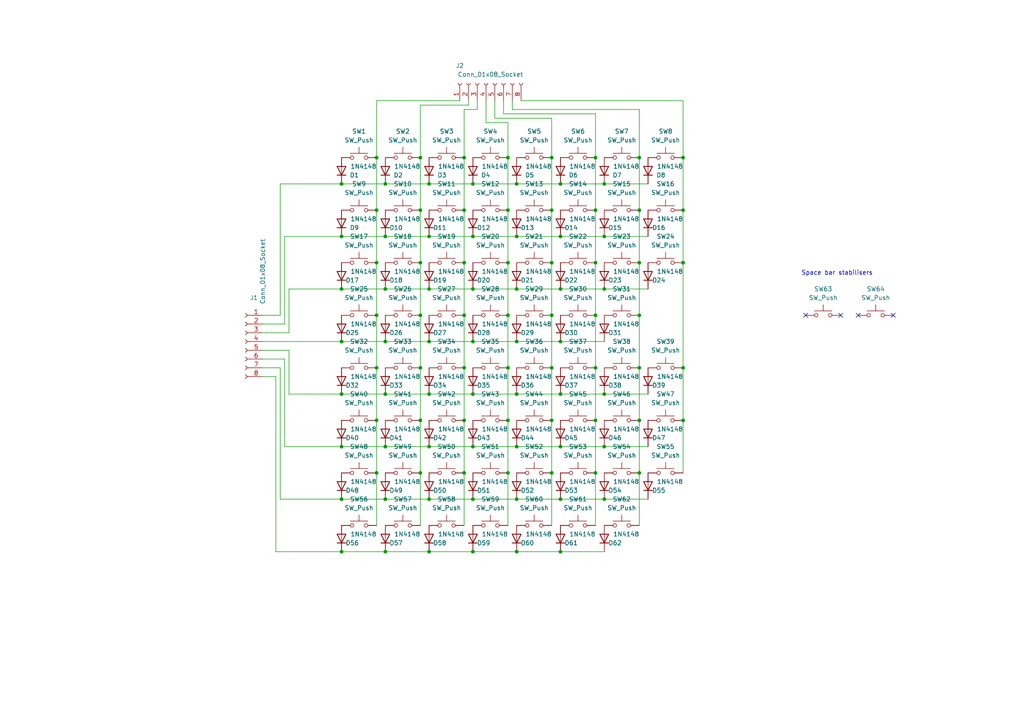
<source format=kicad_sch>
(kicad_sch (version 20230121) (generator eeschema)
  (paper "A4")
  (junction (at 137.16 114.3))
  (junction (at 99.06 83.82))
  (junction (at 147.32 91.44))
  (junction (at 175.26 68.58))
  (junction (at 124.46 83.82))
  (junction (at 121.92 60.96))
  (junction (at 121.92 106.68))
  (junction (at 175.26 144.78))
  (junction (at 160.02 76.2))
  (junction (at 172.72 60.96))
  (junction (at 137.16 68.58))
  (junction (at 109.22 60.96))
  (junction (at 124.46 144.78))
  (junction (at 134.62 106.68))
  (junction (at 99.06 68.58))
  (junction (at 134.62 91.44))
  (junction (at 172.72 76.2))
  (junction (at 137.16 144.78))
  (junction (at 162.56 114.3))
  (junction (at 147.32 137.16))
  (junction (at 160.02 91.44))
  (junction (at 162.56 129.54))
  (junction (at 162.56 144.78))
  (junction (at 134.62 60.96))
  (junction (at 149.86 68.58))
  (junction (at 99.06 129.54))
  (junction (at 137.16 160.02))
  (junction (at 175.26 129.54))
  (junction (at 109.22 45.72))
  (junction (at 160.02 106.68))
  (junction (at 147.32 76.2))
  (junction (at 160.02 137.16))
  (junction (at 162.56 83.82))
  (junction (at 111.76 129.54))
  (junction (at 162.56 68.58))
  (junction (at 137.16 129.54))
  (junction (at 111.76 160.02))
  (junction (at 149.86 144.78))
  (junction (at 111.76 83.82))
  (junction (at 121.92 91.44))
  (junction (at 160.02 121.92))
  (junction (at 149.86 129.54))
  (junction (at 175.26 83.82))
  (junction (at 149.86 53.34))
  (junction (at 185.42 60.96))
  (junction (at 185.42 91.44))
  (junction (at 149.86 114.3))
  (junction (at 172.72 137.16))
  (junction (at 109.22 76.2))
  (junction (at 149.86 83.82))
  (junction (at 111.76 99.06))
  (junction (at 124.46 53.34))
  (junction (at 198.12 76.2))
  (junction (at 111.76 68.58))
  (junction (at 121.92 137.16))
  (junction (at 160.02 45.72))
  (junction (at 175.26 53.34))
  (junction (at 198.12 106.68))
  (junction (at 111.76 114.3))
  (junction (at 172.72 91.44))
  (junction (at 147.32 60.96))
  (junction (at 124.46 129.54))
  (junction (at 111.76 144.78))
  (junction (at 121.92 76.2))
  (junction (at 99.06 114.3))
  (junction (at 185.42 137.16))
  (junction (at 124.46 99.06))
  (junction (at 109.22 121.92))
  (junction (at 137.16 53.34))
  (junction (at 124.46 160.02))
  (junction (at 149.86 160.02))
  (junction (at 198.12 60.96))
  (junction (at 109.22 91.44))
  (junction (at 121.92 45.72))
  (junction (at 162.56 160.02))
  (junction (at 99.06 53.34))
  (junction (at 198.12 45.72))
  (junction (at 172.72 106.68))
  (junction (at 124.46 114.3))
  (junction (at 147.32 45.72))
  (junction (at 185.42 45.72))
  (junction (at 134.62 137.16))
  (junction (at 172.72 121.92))
  (junction (at 109.22 137.16))
  (junction (at 134.62 45.72))
  (junction (at 134.62 76.2))
  (junction (at 121.92 121.92))
  (junction (at 160.02 60.96))
  (junction (at 147.32 106.68))
  (junction (at 124.46 68.58))
  (junction (at 137.16 99.06))
  (junction (at 198.12 121.92))
  (junction (at 99.06 144.78))
  (junction (at 185.42 76.2))
  (junction (at 149.86 99.06))
  (junction (at 99.06 160.02))
  (junction (at 162.56 99.06))
  (junction (at 99.06 99.06))
  (junction (at 162.56 53.34))
  (junction (at 175.26 114.3))
  (junction (at 134.62 121.92))
  (junction (at 185.42 121.92))
  (junction (at 185.42 106.68))
  (junction (at 172.72 45.72))
  (junction (at 111.76 53.34))
  (junction (at 109.22 106.68))
  (junction (at 137.16 83.82))
  (junction (at 147.32 121.92))
  (no_connect (at 259.08 91.44))
  (no_connect (at 243.84 91.44))
  (no_connect (at 233.68 91.44))
  (no_connect (at 248.92 91.44))
  (wire (pts (xy 185.42 121.92) (xy 185.42 137.16)))
  (wire (pts (xy 185.42 31.75) (xy 185.42 45.72)))
  (wire (pts (xy 76.2 104.14) (xy 82.55 104.14)))
  (wire (pts (xy 134.62 45.72) (xy 134.62 60.96)))
  (wire (pts (xy 111.76 68.58) (xy 124.46 68.58)))
  (wire (pts (xy 149.86 129.54) (xy 162.56 129.54)))
  (wire (pts (xy 147.32 91.44) (xy 147.32 106.68)))
  (wire (pts (xy 111.76 53.34) (xy 124.46 53.34)))
  (wire (pts (xy 143.51 34.29) (xy 160.02 34.29)))
  (wire (pts (xy 137.16 53.34) (xy 149.86 53.34)))
  (wire (pts (xy 160.02 60.96) (xy 160.02 76.2)))
  (wire (pts (xy 172.72 33.02) (xy 172.72 45.72)))
  (wire (pts (xy 175.26 129.54) (xy 187.96 129.54)))
  (wire (pts (xy 121.92 121.92) (xy 121.92 137.16)))
  (wire (pts (xy 82.55 93.98) (xy 82.55 68.58)))
  (wire (pts (xy 124.46 99.06) (xy 137.16 99.06)))
  (wire (pts (xy 109.22 91.44) (xy 109.22 106.68)))
  (wire (pts (xy 124.46 129.54) (xy 137.16 129.54)))
  (wire (pts (xy 76.2 109.22) (xy 80.01 109.22)))
  (wire (pts (xy 160.02 106.68) (xy 160.02 121.92)))
  (wire (pts (xy 124.46 53.34) (xy 137.16 53.34)))
  (wire (pts (xy 99.06 114.3) (xy 111.76 114.3)))
  (wire (pts (xy 175.26 68.58) (xy 187.96 68.58)))
  (wire (pts (xy 111.76 114.3) (xy 124.46 114.3)))
  (wire (pts (xy 147.32 76.2) (xy 147.32 91.44)))
  (wire (pts (xy 147.32 137.16) (xy 147.32 152.4)))
  (wire (pts (xy 111.76 160.02) (xy 124.46 160.02)))
  (wire (pts (xy 134.62 91.44) (xy 134.62 106.68)))
  (wire (pts (xy 160.02 121.92) (xy 160.02 137.16)))
  (wire (pts (xy 151.13 29.21) (xy 198.12 29.21)))
  (wire (pts (xy 81.28 91.44) (xy 81.28 53.34)))
  (wire (pts (xy 198.12 121.92) (xy 198.12 137.16)))
  (wire (pts (xy 124.46 114.3) (xy 137.16 114.3)))
  (wire (pts (xy 140.97 29.21) (xy 140.97 35.56)))
  (wire (pts (xy 135.89 29.21) (xy 135.89 30.48)))
  (wire (pts (xy 172.72 91.44) (xy 172.72 106.68)))
  (wire (pts (xy 99.06 53.34) (xy 111.76 53.34)))
  (wire (pts (xy 185.42 60.96) (xy 185.42 76.2)))
  (wire (pts (xy 111.76 144.78) (xy 124.46 144.78)))
  (wire (pts (xy 149.86 160.02) (xy 162.56 160.02)))
  (wire (pts (xy 185.42 106.68) (xy 185.42 121.92)))
  (wire (pts (xy 76.2 93.98) (xy 82.55 93.98)))
  (wire (pts (xy 162.56 114.3) (xy 175.26 114.3)))
  (wire (pts (xy 124.46 68.58) (xy 137.16 68.58)))
  (wire (pts (xy 83.82 83.82) (xy 99.06 83.82)))
  (wire (pts (xy 148.59 31.75) (xy 185.42 31.75)))
  (wire (pts (xy 135.89 30.48) (xy 121.92 30.48)))
  (wire (pts (xy 99.06 160.02) (xy 111.76 160.02)))
  (wire (pts (xy 149.86 68.58) (xy 162.56 68.58)))
  (wire (pts (xy 160.02 34.29) (xy 160.02 45.72)))
  (wire (pts (xy 121.92 106.68) (xy 121.92 121.92)))
  (wire (pts (xy 124.46 160.02) (xy 137.16 160.02)))
  (wire (pts (xy 134.62 121.92) (xy 134.62 137.16)))
  (wire (pts (xy 140.97 35.56) (xy 147.32 35.56)))
  (wire (pts (xy 160.02 91.44) (xy 160.02 106.68)))
  (wire (pts (xy 109.22 29.21) (xy 109.22 45.72)))
  (wire (pts (xy 109.22 137.16) (xy 109.22 152.4)))
  (wire (pts (xy 137.16 68.58) (xy 149.86 68.58)))
  (wire (pts (xy 80.01 160.02) (xy 99.06 160.02)))
  (wire (pts (xy 162.56 83.82) (xy 175.26 83.82)))
  (wire (pts (xy 146.05 33.02) (xy 172.72 33.02)))
  (wire (pts (xy 149.86 114.3) (xy 162.56 114.3)))
  (wire (pts (xy 134.62 31.75) (xy 134.62 45.72)))
  (wire (pts (xy 109.22 121.92) (xy 109.22 137.16)))
  (wire (pts (xy 111.76 129.54) (xy 124.46 129.54)))
  (wire (pts (xy 81.28 144.78) (xy 99.06 144.78)))
  (wire (pts (xy 76.2 91.44) (xy 81.28 91.44)))
  (wire (pts (xy 82.55 68.58) (xy 99.06 68.58)))
  (wire (pts (xy 175.26 144.78) (xy 187.96 144.78)))
  (wire (pts (xy 198.12 45.72) (xy 198.12 60.96)))
  (wire (pts (xy 137.16 129.54) (xy 149.86 129.54)))
  (wire (pts (xy 134.62 76.2) (xy 134.62 91.44)))
  (wire (pts (xy 81.28 53.34) (xy 99.06 53.34)))
  (wire (pts (xy 162.56 144.78) (xy 175.26 144.78)))
  (wire (pts (xy 109.22 106.68) (xy 109.22 121.92)))
  (wire (pts (xy 162.56 53.34) (xy 175.26 53.34)))
  (wire (pts (xy 82.55 104.14) (xy 82.55 129.54)))
  (wire (pts (xy 185.42 91.44) (xy 185.42 106.68)))
  (wire (pts (xy 185.42 137.16) (xy 185.42 152.4)))
  (wire (pts (xy 198.12 29.21) (xy 198.12 45.72)))
  (wire (pts (xy 99.06 68.58) (xy 111.76 68.58)))
  (wire (pts (xy 109.22 45.72) (xy 109.22 60.96)))
  (wire (pts (xy 83.82 114.3) (xy 99.06 114.3)))
  (wire (pts (xy 76.2 99.06) (xy 99.06 99.06)))
  (wire (pts (xy 111.76 83.82) (xy 124.46 83.82)))
  (wire (pts (xy 134.62 106.68) (xy 134.62 121.92)))
  (wire (pts (xy 172.72 76.2) (xy 172.72 91.44)))
  (wire (pts (xy 124.46 144.78) (xy 137.16 144.78)))
  (wire (pts (xy 137.16 144.78) (xy 149.86 144.78)))
  (wire (pts (xy 121.92 91.44) (xy 121.92 106.68)))
  (wire (pts (xy 198.12 106.68) (xy 198.12 121.92)))
  (wire (pts (xy 109.22 60.96) (xy 109.22 76.2)))
  (wire (pts (xy 99.06 99.06) (xy 111.76 99.06)))
  (wire (pts (xy 121.92 30.48) (xy 121.92 45.72)))
  (wire (pts (xy 134.62 137.16) (xy 134.62 152.4)))
  (wire (pts (xy 198.12 60.96) (xy 198.12 76.2)))
  (wire (pts (xy 162.56 129.54) (xy 175.26 129.54)))
  (wire (pts (xy 124.46 83.82) (xy 137.16 83.82)))
  (wire (pts (xy 121.92 137.16) (xy 121.92 152.4)))
  (wire (pts (xy 82.55 129.54) (xy 99.06 129.54)))
  (wire (pts (xy 137.16 99.06) (xy 149.86 99.06)))
  (wire (pts (xy 172.72 137.16) (xy 172.72 152.4)))
  (wire (pts (xy 138.43 29.21) (xy 138.43 31.75)))
  (wire (pts (xy 147.32 35.56) (xy 147.32 45.72)))
  (wire (pts (xy 137.16 114.3) (xy 149.86 114.3)))
  (wire (pts (xy 109.22 76.2) (xy 109.22 91.44)))
  (wire (pts (xy 121.92 76.2) (xy 121.92 91.44)))
  (wire (pts (xy 83.82 101.6) (xy 83.82 114.3)))
  (wire (pts (xy 147.32 121.92) (xy 147.32 137.16)))
  (wire (pts (xy 81.28 106.68) (xy 81.28 144.78)))
  (wire (pts (xy 121.92 45.72) (xy 121.92 60.96)))
  (wire (pts (xy 149.86 144.78) (xy 162.56 144.78)))
  (wire (pts (xy 147.32 60.96) (xy 147.32 76.2)))
  (wire (pts (xy 83.82 96.52) (xy 83.82 83.82)))
  (wire (pts (xy 111.76 99.06) (xy 124.46 99.06)))
  (wire (pts (xy 160.02 45.72) (xy 160.02 60.96)))
  (wire (pts (xy 185.42 76.2) (xy 185.42 91.44)))
  (wire (pts (xy 80.01 109.22) (xy 80.01 160.02)))
  (wire (pts (xy 162.56 99.06) (xy 175.26 99.06)))
  (wire (pts (xy 137.16 160.02) (xy 149.86 160.02)))
  (wire (pts (xy 146.05 29.21) (xy 146.05 33.02)))
  (wire (pts (xy 149.86 99.06) (xy 162.56 99.06)))
  (wire (pts (xy 137.16 83.82) (xy 149.86 83.82)))
  (wire (pts (xy 138.43 31.75) (xy 134.62 31.75)))
  (wire (pts (xy 76.2 106.68) (xy 81.28 106.68)))
  (wire (pts (xy 175.26 83.82) (xy 187.96 83.82)))
  (wire (pts (xy 175.26 114.3) (xy 187.96 114.3)))
  (wire (pts (xy 149.86 53.34) (xy 162.56 53.34)))
  (wire (pts (xy 149.86 83.82) (xy 162.56 83.82)))
  (wire (pts (xy 147.32 45.72) (xy 147.32 60.96)))
  (wire (pts (xy 172.72 106.68) (xy 172.72 121.92)))
  (wire (pts (xy 160.02 137.16) (xy 160.02 152.4)))
  (wire (pts (xy 133.35 29.21) (xy 109.22 29.21)))
  (wire (pts (xy 175.26 53.34) (xy 187.96 53.34)))
  (wire (pts (xy 134.62 60.96) (xy 134.62 76.2)))
  (wire (pts (xy 162.56 68.58) (xy 175.26 68.58)))
  (wire (pts (xy 99.06 129.54) (xy 111.76 129.54)))
  (wire (pts (xy 99.06 144.78) (xy 111.76 144.78)))
  (wire (pts (xy 121.92 60.96) (xy 121.92 76.2)))
  (wire (pts (xy 76.2 101.6) (xy 83.82 101.6)))
  (wire (pts (xy 148.59 29.21) (xy 148.59 31.75)))
  (wire (pts (xy 143.51 29.21) (xy 143.51 34.29)))
  (wire (pts (xy 162.56 160.02) (xy 175.26 160.02)))
  (wire (pts (xy 76.2 96.52) (xy 83.82 96.52)))
  (wire (pts (xy 160.02 76.2) (xy 160.02 91.44)))
  (wire (pts (xy 172.72 45.72) (xy 172.72 60.96)))
  (wire (pts (xy 185.42 45.72) (xy 185.42 60.96)))
  (wire (pts (xy 147.32 106.68) (xy 147.32 121.92)))
  (wire (pts (xy 99.06 83.82) (xy 111.76 83.82)))
  (wire (pts (xy 198.12 76.2) (xy 198.12 106.68)))
  (wire (pts (xy 172.72 60.96) (xy 172.72 76.2)))
  (wire (pts (xy 172.72 121.92) (xy 172.72 137.16)))
  (text "Space bar stabilisers" (at 232.41 80.01 0) (effects (font (size 1.27 1.27)) (justify left bottom)))
  (symbol (lib_id "Diode:1N4148") (at 149.86 49.53 90) (unit 1)
    (property "Reference" "D5" (at 154.94 50.8 90) (effects (justify left)))
    (property "Value" "1N4148" (at 160.02 48.26 90) (effects (justify left)))
    (property "Footprint" "Diode_SMD:D_SOD-123" (effects hide))
    (property "Datasheet" "https://assets.nexperia.com/documents/data-sheet/1N4148_1N4448.pdf" (effects hide))
    (property "Sim.Device" "D" (effects hide))
    (property "Sim.Pins" "1=K 2=A" (effects hide))
  )
  (symbol (lib_id "Diode:1N4148") (at 124.46 49.53 90) (unit 1)
    (property "Reference" "D3" (at 129.54 50.8 90) (effects (justify left)))
    (property "Value" "1N4148" (at 134.62 48.26 90) (effects (justify left)))
    (property "Footprint" "Diode_SMD:D_SOD-123" (effects hide))
    (property "Datasheet" "https://assets.nexperia.com/documents/data-sheet/1N4148_1N4448.pdf" (effects hide))
    (property "Sim.Device" "D" (effects hide))
    (property "Sim.Pins" "1=K 2=A" (effects hide))
  )
  (symbol (lib_id "Switch:SW_Push") (at 167.64 121.92 0) (unit 1)
    (property "Reference" "SW45" (at 167.64 114.3 0))
    (property "Value" "SW_Push" (at 167.64 116.84 0))
    (property "Footprint" "Button_Switch_Keyboard:SW_Cherry_MX_1.00u_PCB" (effects hide))
  )
  (symbol (lib_id "Diode:1N4148") (at 99.06 64.77 90) (unit 1)
    (property "Reference" "D9" (at 104.14 66.04 90) (effects (justify left)))
    (property "Value" "1N4148" (at 109.22 63.5 90) (effects (justify left)))
    (property "Footprint" "Diode_SMD:D_SOD-123" (effects hide))
    (property "Datasheet" "https://assets.nexperia.com/documents/data-sheet/1N4148_1N4448.pdf" (effects hide))
    (property "Sim.Device" "D" (effects hide))
    (property "Sim.Pins" "1=K 2=A" (effects hide))
  )
  (symbol (lib_id "Switch:SW_Push") (at 180.34 45.72 0) (unit 1)
    (property "Reference" "SW7" (at 180.34 38.1 0))
    (property "Value" "SW_Push" (at 180.34 40.64 0))
    (property "Footprint" "Button_Switch_Keyboard:SW_Cherry_MX_1.00u_PCB" (effects hide))
  )
  (symbol (lib_id "Switch:SW_Push") (at 129.54 106.68 0) (unit 1)
    (property "Reference" "SW34" (at 129.54 99.06 0))
    (property "Value" "SW_Push" (at 129.54 101.6 0))
    (property "Footprint" "Button_Switch_Keyboard:SW_Cherry_MX_1.00u_PCB" (effects hide))
  )
  (symbol (lib_id "Switch:SW_Push") (at 116.84 45.72 0) (unit 1)
    (property "Reference" "SW2" (at 116.84 38.1 0))
    (property "Value" "SW_Push" (at 116.84 40.64 0))
    (property "Footprint" "Button_Switch_Keyboard:SW_Cherry_MX_1.00u_PCB" (effects hide))
  )
  (symbol (lib_id "Switch:SW_Push") (at 154.94 45.72 0) (unit 1)
    (property "Reference" "SW5" (at 154.94 38.1 0))
    (property "Value" "SW_Push" (at 154.94 40.64 0))
    (property "Footprint" "Button_Switch_Keyboard:SW_Cherry_MX_1.00u_PCB" (effects hide))
  )
  (symbol (lib_id "Diode:1N4148") (at 149.86 80.01 90) (unit 1)
    (property "Reference" "D21" (at 154.94 81.28 90) (effects (justify left)))
    (property "Value" "1N4148" (at 160.02 78.74 90) (effects (justify left)))
    (property "Footprint" "Diode_SMD:D_SOD-123" (effects hide))
    (property "Datasheet" "https://assets.nexperia.com/documents/data-sheet/1N4148_1N4448.pdf" (effects hide))
    (property "Sim.Device" "D" (effects hide))
    (property "Sim.Pins" "1=K 2=A" (effects hide))
  )
  (symbol (lib_id "Diode:1N4148") (at 149.86 95.25 90) (unit 1)
    (property "Reference" "D29" (at 154.94 96.52 90) (effects (justify left)))
    (property "Value" "1N4148" (at 160.02 93.98 90) (effects (justify left)))
    (property "Footprint" "Diode_SMD:D_SOD-123" (effects hide))
    (property "Datasheet" "https://assets.nexperia.com/documents/data-sheet/1N4148_1N4448.pdf" (effects hide))
    (property "Sim.Device" "D" (effects hide))
    (property "Sim.Pins" "1=K 2=A" (effects hide))
  )
  (symbol (lib_id "Switch:SW_Push") (at 129.54 60.96 0) (unit 1)
    (property "Reference" "SW11" (at 129.54 53.34 0))
    (property "Value" "SW_Push" (at 129.54 55.88 0))
    (property "Footprint" "Button_Switch_Keyboard:SW_Cherry_MX_1.00u_PCB" (effects hide))
  )
  (symbol (lib_id "Diode:1N4148") (at 162.56 64.77 90) (unit 1)
    (property "Reference" "D14" (at 167.64 66.04 90) (effects (justify left)))
    (property "Value" "1N4148" (at 172.72 63.5 90) (effects (justify left)))
    (property "Footprint" "Diode_SMD:D_SOD-123" (effects hide))
    (property "Datasheet" "https://assets.nexperia.com/documents/data-sheet/1N4148_1N4448.pdf" (effects hide))
    (property "Sim.Device" "D" (effects hide))
    (property "Sim.Pins" "1=K 2=A" (effects hide))
  )
  (symbol (lib_id "Switch:SW_Push") (at 167.64 152.4 0) (unit 1)
    (property "Reference" "SW61" (at 167.64 144.78 0))
    (property "Value" "SW_Push" (at 167.64 147.32 0))
    (property "Footprint" "Button_Switch_Keyboard:SW_Cherry_MX_1.00u_PCB" (effects hide))
  )
  (symbol (lib_id "Diode:1N4148") (at 187.96 49.53 90) (unit 1)
    (property "Reference" "D8" (at 193.04 50.8 90) (effects (justify left)))
    (property "Value" "1N4148" (at 198.12 48.26 90) (effects (justify left)))
    (property "Footprint" "Diode_SMD:D_SOD-123" (effects hide))
    (property "Datasheet" "https://assets.nexperia.com/documents/data-sheet/1N4148_1N4448.pdf" (effects hide))
    (property "Sim.Device" "D" (effects hide))
    (property "Sim.Pins" "1=K 2=A" (effects hide))
  )
  (symbol (lib_id "Switch:SW_Push") (at 142.24 106.68 0) (unit 1)
    (property "Reference" "SW35" (at 142.24 99.06 0))
    (property "Value" "SW_Push" (at 142.24 101.6 0))
    (property "Footprint" "Button_Switch_Keyboard:SW_Cherry_MX_1.00u_PCB" (effects hide))
  )
  (symbol (lib_id "Diode:1N4148") (at 149.86 156.21 90) (unit 1)
    (property "Reference" "D60" (at 154.94 157.48 90) (effects (justify left)))
    (property "Value" "1N4148" (at 160.02 154.94 90) (effects (justify left)))
    (property "Footprint" "Diode_SMD:D_SOD-123" (effects hide))
    (property "Datasheet" "https://assets.nexperia.com/documents/data-sheet/1N4148_1N4448.pdf" (effects hide))
    (property "Sim.Device" "D" (effects hide))
    (property "Sim.Pins" "1=K 2=A" (effects hide))
  )
  (symbol (lib_id "Diode:1N4148") (at 137.16 80.01 90) (unit 1)
    (property "Reference" "D20" (at 142.24 81.28 90) (effects (justify left)))
    (property "Value" "1N4148" (at 147.32 78.74 90) (effects (justify left)))
    (property "Footprint" "Diode_SMD:D_SOD-123" (effects hide))
    (property "Datasheet" "https://assets.nexperia.com/documents/data-sheet/1N4148_1N4448.pdf" (effects hide))
    (property "Sim.Device" "D" (effects hide))
    (property "Sim.Pins" "1=K 2=A" (effects hide))
  )
  (symbol (lib_id "Switch:SW_Push") (at 167.64 106.68 0) (unit 1)
    (property "Reference" "SW37" (at 167.64 99.06 0))
    (property "Value" "SW_Push" (at 167.64 101.6 0))
    (property "Footprint" "Button_Switch_Keyboard:SW_Cherry_MX_1.00u_PCB" (effects hide))
  )
  (symbol (lib_id "Switch:SW_Push") (at 193.04 45.72 0) (unit 1)
    (property "Reference" "SW8" (at 193.04 38.1 0))
    (property "Value" "SW_Push" (at 193.04 40.64 0))
    (property "Footprint" "Button_Switch_Keyboard:SW_Cherry_MX_1.00u_PCB" (effects hide))
  )
  (symbol (lib_id "Diode:1N4148") (at 162.56 80.01 90) (unit 1)
    (property "Reference" "D22" (at 167.64 81.28 90) (effects (justify left)))
    (property "Value" "1N4148" (at 172.72 78.74 90) (effects (justify left)))
    (property "Footprint" "Diode_SMD:D_SOD-123" (effects hide))
    (property "Datasheet" "https://assets.nexperia.com/documents/data-sheet/1N4148_1N4448.pdf" (effects hide))
    (property "Sim.Device" "D" (effects hide))
    (property "Sim.Pins" "1=K 2=A" (effects hide))
  )
  (symbol (lib_id "Switch:SW_Push") (at 167.64 76.2 0) (unit 1)
    (property "Reference" "SW22" (at 167.64 68.58 0))
    (property "Value" "SW_Push" (at 167.64 71.12 0))
    (property "Footprint" "Button_Switch_Keyboard:SW_Cherry_MX_1.00u_PCB" (effects hide))
  )
  (symbol (lib_id "Switch:SW_Push") (at 142.24 137.16 0) (unit 1)
    (property "Reference" "SW51" (at 142.24 129.54 0))
    (property "Value" "SW_Push" (at 142.24 132.08 0))
    (property "Footprint" "Button_Switch_Keyboard:SW_Cherry_MX_1.00u_PCB" (effects hide))
  )
  (symbol (lib_id "Switch:SW_Push") (at 180.34 121.92 0) (unit 1)
    (property "Reference" "SW46" (at 180.34 114.3 0))
    (property "Value" "SW_Push" (at 180.34 116.84 0))
    (property "Footprint" "Button_Switch_Keyboard:SW_Cherry_MX_1.00u_PCB" (effects hide))
  )
  (symbol (lib_id "Switch:SW_Push") (at 116.84 60.96 0) (unit 1)
    (property "Reference" "SW10" (at 116.84 53.34 0))
    (property "Value" "SW_Push" (at 116.84 55.88 0))
    (property "Footprint" "Button_Switch_Keyboard:SW_Cherry_MX_1.00u_PCB" (effects hide))
  )
  (symbol (lib_id "Diode:1N4148") (at 111.76 140.97 90) (unit 1)
    (property "Reference" "D49" (at 116.84 142.24 90) (effects (justify left)))
    (property "Value" "1N4148" (at 121.92 139.7 90) (effects (justify left)))
    (property "Footprint" "Diode_SMD:D_SOD-123" (effects hide))
    (property "Datasheet" "https://assets.nexperia.com/documents/data-sheet/1N4148_1N4448.pdf" (effects hide))
    (property "Sim.Device" "D" (effects hide))
    (property "Sim.Pins" "1=K 2=A" (effects hide))
  )
  (symbol (lib_id "Diode:1N4148") (at 137.16 125.73 90) (unit 1)
    (property "Reference" "D43" (at 142.24 127 90) (effects (justify left)))
    (property "Value" "1N4148" (at 147.32 124.46 90) (effects (justify left)))
    (property "Footprint" "Diode_SMD:D_SOD-123" (effects hide))
    (property "Datasheet" "https://assets.nexperia.com/documents/data-sheet/1N4148_1N4448.pdf" (effects hide))
    (property "Sim.Device" "D" (effects hide))
    (property "Sim.Pins" "1=K 2=A" (effects hide))
  )
  (symbol (lib_id "Switch:SW_Push") (at 154.94 60.96 0) (unit 1)
    (property "Reference" "SW13" (at 154.94 53.34 0))
    (property "Value" "SW_Push" (at 154.94 55.88 0))
    (property "Footprint" "Button_Switch_Keyboard:SW_Cherry_MX_1.00u_PCB" (effects hide))
  )
  (symbol (lib_id "Switch:SW_Push") (at 116.84 121.92 0) (unit 1)
    (property "Reference" "SW41" (at 116.84 114.3 0))
    (property "Value" "SW_Push" (at 116.84 116.84 0))
    (property "Footprint" "Button_Switch_Keyboard:SW_Cherry_MX_1.25u_PCB" (effects hide))
  )
  (symbol (lib_id "Switch:SW_Push") (at 154.94 91.44 0) (unit 1)
    (property "Reference" "SW29" (at 154.94 83.82 0))
    (property "Value" "SW_Push" (at 154.94 86.36 0))
    (property "Footprint" "Button_Switch_Keyboard:SW_Cherry_MX_1.00u_PCB" (effects hide))
  )
  (symbol (lib_id "Switch:SW_Push") (at 154.94 137.16 0) (unit 1)
    (property "Reference" "SW52" (at 154.94 129.54 0))
    (property "Value" "SW_Push" (at 154.94 132.08 0))
    (property "Footprint" "Button_Switch_Keyboard:SW_Cherry_MX_1.00u_PCB" (effects hide))
  )
  (symbol (lib_id "Connector:Conn_01x08_Socket") (at 71.12 99.06 0) (mirror y) (unit 1)
    (property "Reference" "J1" (at 73.66 86.36 0))
    (property "Value" "Conn_01x08_Socket" (at 76.2 78.74 90))
    (property "Footprint" "Connector_PinHeader_2.54mm:PinHeader_1x08_P2.54mm_Vertical" (effects hide))
  )
  (symbol (lib_id "Switch:SW_Push") (at 116.84 137.16 0) (unit 1)
    (property "Reference" "SW49" (at 116.84 129.54 0))
    (property "Value" "SW_Push" (at 116.84 132.08 0))
    (property "Footprint" "Button_Switch_Keyboard:SW_Cherry_MX_1.00u_PCB" (effects hide))
  )
  (symbol (lib_id "Switch:SW_Push") (at 104.14 60.96 0) (unit 1)
    (property "Reference" "SW9" (at 104.14 53.34 0))
    (property "Value" "SW_Push" (at 104.14 55.88 0))
    (property "Footprint" "Button_Switch_Keyboard:SW_Cherry_MX_1.75u_PCB" (effects hide))
  )
  (symbol (lib_id "Switch:SW_Push") (at 116.84 106.68 0) (unit 1)
    (property "Reference" "SW33" (at 116.84 99.06 0))
    (property "Value" "SW_Push" (at 116.84 101.6 0))
    (property "Footprint" "Button_Switch_Keyboard:SW_Cherry_MX_1.00u_PCB" (effects hide))
  )
  (symbol (lib_id "Diode:1N4148") (at 99.06 156.21 90) (unit 1)
    (property "Reference" "D56" (at 104.14 157.48 90) (effects (justify left)))
    (property "Value" "1N4148" (at 109.22 154.94 90) (effects (justify left)))
    (property "Footprint" "Diode_SMD:D_SOD-123" (effects hide))
    (property "Datasheet" "https://assets.nexperia.com/documents/data-sheet/1N4148_1N4448.pdf" (effects hide))
    (property "Sim.Device" "D" (effects hide))
    (property "Sim.Pins" "1=K 2=A" (effects hide))
  )
  (symbol (lib_id "Switch:SW_Push") (at 154.94 121.92 0) (unit 1)
    (property "Reference" "SW44" (at 154.94 114.3 0))
    (property "Value" "SW_Push" (at 154.94 116.84 0))
    (property "Footprint" "Button_Switch_Keyboard:SW_Cherry_MX_1.00u_PCB" (effects hide))
  )
  (symbol (lib_id "Diode:1N4148") (at 149.86 110.49 90) (unit 1)
    (property "Reference" "D36" (at 154.94 111.76 90) (effects (justify left)))
    (property "Value" "1N4148" (at 160.02 109.22 90) (effects (justify left)))
    (property "Footprint" "Diode_SMD:D_SOD-123" (effects hide))
    (property "Datasheet" "https://assets.nexperia.com/documents/data-sheet/1N4148_1N4448.pdf" (effects hide))
    (property "Sim.Device" "D" (effects hide))
    (property "Sim.Pins" "1=K 2=A" (effects hide))
  )
  (symbol (lib_id "Diode:1N4148") (at 99.06 49.53 90) (unit 1)
    (property "Reference" "D1" (at 104.14 50.8 90) (effects (justify left)))
    (property "Value" "1N4148" (at 109.22 48.26 90) (effects (justify left)))
    (property "Footprint" "Diode_SMD:D_SOD-123" (effects hide))
    (property "Datasheet" "https://assets.nexperia.com/documents/data-sheet/1N4148_1N4448.pdf" (effects hide))
    (property "Sim.Device" "D" (effects hide))
    (property "Sim.Pins" "1=K 2=A" (effects hide))
  )
  (symbol (lib_id "Diode:1N4148") (at 99.06 110.49 90) (unit 1)
    (property "Reference" "D32" (at 104.14 111.76 90) (effects (justify left)))
    (property "Value" "1N4148" (at 109.22 109.22 90) (effects (justify left)))
    (property "Footprint" "Diode_SMD:D_SOD-123" (effects hide))
    (property "Datasheet" "https://assets.nexperia.com/documents/data-sheet/1N4148_1N4448.pdf" (effects hide))
    (property "Sim.Device" "D" (effects hide))
    (property "Sim.Pins" "1=K 2=A" (effects hide))
  )
  (symbol (lib_id "Diode:1N4148") (at 175.26 80.01 90) (unit 1)
    (property "Reference" "D23" (at 180.34 81.28 90) (effects (justify left)))
    (property "Value" "1N4148" (at 185.42 78.74 90) (effects (justify left)))
    (property "Footprint" "Diode_SMD:D_SOD-123" (effects hide))
    (property "Datasheet" "https://assets.nexperia.com/documents/data-sheet/1N4148_1N4448.pdf" (effects hide))
    (property "Sim.Device" "D" (effects hide))
    (property "Sim.Pins" "1=K 2=A" (effects hide))
  )
  (symbol (lib_id "Switch:SW_Push") (at 180.34 152.4 0) (unit 1)
    (property "Reference" "SW62" (at 180.34 144.78 0))
    (property "Value" "SW_Push" (at 180.34 147.32 0))
    (property "Footprint" "Button_Switch_Keyboard:SW_Cherry_MX_1.00u_PCB" (effects hide))
  )
  (symbol (lib_id "Diode:1N4148") (at 111.76 125.73 90) (unit 1)
    (property "Reference" "D41" (at 116.84 127 90) (effects (justify left)))
    (property "Value" "1N4148" (at 121.92 124.46 90) (effects (justify left)))
    (property "Footprint" "Diode_SMD:D_SOD-123" (effects hide))
    (property "Datasheet" "https://assets.nexperia.com/documents/data-sheet/1N4148_1N4448.pdf" (effects hide))
    (property "Sim.Device" "D" (effects hide))
    (property "Sim.Pins" "1=K 2=A" (effects hide))
  )
  (symbol (lib_id "Diode:1N4148") (at 149.86 125.73 90) (unit 1)
    (property "Reference" "D44" (at 154.94 127 90) (effects (justify left)))
    (property "Value" "1N4148" (at 160.02 124.46 90) (effects (justify left)))
    (property "Footprint" "Diode_SMD:D_SOD-123" (effects hide))
    (property "Datasheet" "https://assets.nexperia.com/documents/data-sheet/1N4148_1N4448.pdf" (effects hide))
    (property "Sim.Device" "D" (effects hide))
    (property "Sim.Pins" "1=K 2=A" (effects hide))
  )
  (symbol (lib_id "Diode:1N4148") (at 187.96 140.97 90) (unit 1)
    (property "Reference" "D55" (at 193.04 142.24 90) (effects (justify left)))
    (property "Value" "1N4148" (at 198.12 139.7 90) (effects (justify left)))
    (property "Footprint" "Diode_SMD:D_SOD-123" (effects hide))
    (property "Datasheet" "https://assets.nexperia.com/documents/data-sheet/1N4148_1N4448.pdf" (effects hide))
    (property "Sim.Device" "D" (effects hide))
    (property "Sim.Pins" "1=K 2=A" (effects hide))
  )
  (symbol (lib_id "Diode:1N4148") (at 162.56 95.25 90) (unit 1)
    (property "Reference" "D30" (at 167.64 96.52 90) (effects (justify left)))
    (property "Value" "1N4148" (at 172.72 93.98 90) (effects (justify left)))
    (property "Footprint" "Diode_SMD:D_SOD-123" (effects hide))
    (property "Datasheet" "https://assets.nexperia.com/documents/data-sheet/1N4148_1N4448.pdf" (effects hide))
    (property "Sim.Device" "D" (effects hide))
    (property "Sim.Pins" "1=K 2=A" (effects hide))
  )
  (symbol (lib_id "Switch:SW_Push") (at 129.54 45.72 0) (unit 1)
    (property "Reference" "SW3" (at 129.54 38.1 0))
    (property "Value" "SW_Push" (at 129.54 40.64 0))
    (property "Footprint" "Button_Switch_Keyboard:SW_Cherry_MX_1.00u_PCB" (effects hide))
  )
  (symbol (lib_id "Switch:SW_Push") (at 254 91.44 0) (unit 1)
    (property "Reference" "SW64" (at 254 83.82 0))
    (property "Value" "SW_Push" (at 254 86.36 0))
    (property "Footprint" "Button_Switch_Keyboard:SW_Cherry_MX_1.00u_PCB" (effects hide))
  )
  (symbol (lib_id "Switch:SW_Push") (at 129.54 152.4 0) (unit 1)
    (property "Reference" "SW58" (at 129.54 144.78 0))
    (property "Value" "SW_Push" (at 129.54 147.32 0))
    (property "Footprint" "Button_Switch_Keyboard:SW_Cherry_MX_1.00u_PCB" (effects hide))
  )
  (symbol (lib_id "Diode:1N4148") (at 162.56 110.49 90) (unit 1)
    (property "Reference" "D37" (at 167.64 111.76 90) (effects (justify left)))
    (property "Value" "1N4148" (at 172.72 109.22 90) (effects (justify left)))
    (property "Footprint" "Diode_SMD:D_SOD-123" (effects hide))
    (property "Datasheet" "https://assets.nexperia.com/documents/data-sheet/1N4148_1N4448.pdf" (effects hide))
    (property "Sim.Device" "D" (effects hide))
    (property "Sim.Pins" "1=K 2=A" (effects hide))
  )
  (symbol (lib_id "Diode:1N4148") (at 99.06 95.25 90) (unit 1)
    (property "Reference" "D25" (at 104.14 96.52 90) (effects (justify left)))
    (property "Value" "1N4148" (at 109.22 93.98 90) (effects (justify left)))
    (property "Footprint" "Diode_SMD:D_SOD-123" (effects hide))
    (property "Datasheet" "https://assets.nexperia.com/documents/data-sheet/1N4148_1N4448.pdf" (effects hide))
    (property "Sim.Device" "D" (effects hide))
    (property "Sim.Pins" "1=K 2=A" (effects hide))
  )
  (symbol (lib_id "Diode:1N4148") (at 124.46 110.49 90) (unit 1)
    (property "Reference" "D34" (at 129.54 111.76 90) (effects (justify left)))
    (property "Value" "1N4148" (at 134.62 109.22 90) (effects (justify left)))
    (property "Footprint" "Diode_SMD:D_SOD-123" (effects hide))
    (property "Datasheet" "https://assets.nexperia.com/documents/data-sheet/1N4148_1N4448.pdf" (effects hide))
    (property "Sim.Device" "D" (effects hide))
    (property "Sim.Pins" "1=K 2=A" (effects hide))
  )
  (symbol (lib_id "Switch:SW_Push") (at 180.34 106.68 0) (unit 1)
    (property "Reference" "SW38" (at 180.34 99.06 0))
    (property "Value" "SW_Push" (at 180.34 101.6 0))
    (property "Footprint" "Button_Switch_Keyboard:SW_Cherry_MX_1.00u_PCB" (effects hide))
  )
  (symbol (lib_id "Diode:1N4148") (at 111.76 95.25 90) (unit 1)
    (property "Reference" "D26" (at 116.84 96.52 90) (effects (justify left)))
    (property "Value" "1N4148" (at 121.92 93.98 90) (effects (justify left)))
    (property "Footprint" "Diode_SMD:D_SOD-123" (effects hide))
    (property "Datasheet" "https://assets.nexperia.com/documents/data-sheet/1N4148_1N4448.pdf" (effects hide))
    (property "Sim.Device" "D" (effects hide))
    (property "Sim.Pins" "1=K 2=A" (effects hide))
  )
  (symbol (lib_id "Diode:1N4148") (at 137.16 110.49 90) (unit 1)
    (property "Reference" "D35" (at 142.24 111.76 90) (effects (justify left)))
    (property "Value" "1N4148" (at 147.32 109.22 90) (effects (justify left)))
    (property "Footprint" "Diode_SMD:D_SOD-123" (effects hide))
    (property "Datasheet" "https://assets.nexperia.com/documents/data-sheet/1N4148_1N4448.pdf" (effects hide))
    (property "Sim.Device" "D" (effects hide))
    (property "Sim.Pins" "1=K 2=A" (effects hide))
  )
  (symbol (lib_id "Diode:1N4148") (at 162.56 140.97 90) (unit 1)
    (property "Reference" "D53" (at 167.64 142.24 90) (effects (justify left)))
    (property "Value" "1N4148" (at 172.72 139.7 90) (effects (justify left)))
    (property "Footprint" "Diode_SMD:D_SOD-123" (effects hide))
    (property "Datasheet" "https://assets.nexperia.com/documents/data-sheet/1N4148_1N4448.pdf" (effects hide))
    (property "Sim.Device" "D" (effects hide))
    (property "Sim.Pins" "1=K 2=A" (effects hide))
  )
  (symbol (lib_id "Diode:1N4148") (at 99.06 80.01 90) (unit 1)
    (property "Reference" "D17" (at 104.14 81.28 90) (effects (justify left)))
    (property "Value" "1N4148" (at 109.22 78.74 90) (effects (justify left)))
    (property "Footprint" "Diode_SMD:D_SOD-123" (effects hide))
    (property "Datasheet" "https://assets.nexperia.com/documents/data-sheet/1N4148_1N4448.pdf" (effects hide))
    (property "Sim.Device" "D" (effects hide))
    (property "Sim.Pins" "1=K 2=A" (effects hide))
  )
  (symbol (lib_id "Diode:1N4148") (at 149.86 64.77 90) (unit 1)
    (property "Reference" "D13" (at 154.94 66.04 90) (effects (justify left)))
    (property "Value" "1N4148" (at 160.02 63.5 90) (effects (justify left)))
    (property "Footprint" "Diode_SMD:D_SOD-123" (effects hide))
    (property "Datasheet" "https://assets.nexperia.com/documents/data-sheet/1N4148_1N4448.pdf" (effects hide))
    (property "Sim.Device" "D" (effects hide))
    (property "Sim.Pins" "1=K 2=A" (effects hide))
  )
  (symbol (lib_id "Switch:SW_Push") (at 142.24 91.44 0) (unit 1)
    (property "Reference" "SW28" (at 142.24 83.82 0))
    (property "Value" "SW_Push" (at 142.24 86.36 0))
    (property "Footprint" "Button_Switch_Keyboard:SW_Cherry_MX_1.00u_PCB" (effects hide))
  )
  (symbol (lib_id "Switch:SW_Push") (at 193.04 137.16 0) (unit 1)
    (property "Reference" "SW55" (at 193.04 129.54 0))
    (property "Value" "SW_Push" (at 193.04 132.08 0))
    (property "Footprint" "Button_Switch_Keyboard:SW_Cherry_MX_1.00u_PCB" (effects hide))
  )
  (symbol (lib_id "Switch:SW_Push") (at 142.24 76.2 0) (unit 1)
    (property "Reference" "SW20" (at 142.24 68.58 0))
    (property "Value" "SW_Push" (at 142.24 71.12 0))
    (property "Footprint" "Button_Switch_Keyboard:SW_Cherry_MX_1.00u_PCB" (effects hide))
  )
  (symbol (lib_id "Diode:1N4148") (at 162.56 156.21 90) (unit 1)
    (property "Reference" "D61" (at 167.64 157.48 90) (effects (justify left)))
    (property "Value" "1N4148" (at 172.72 154.94 90) (effects (justify left)))
    (property "Footprint" "Diode_SMD:D_SOD-123" (effects hide))
    (property "Datasheet" "https://assets.nexperia.com/documents/data-sheet/1N4148_1N4448.pdf" (effects hide))
    (property "Sim.Device" "D" (effects hide))
    (property "Sim.Pins" "1=K 2=A" (effects hide))
  )
  (symbol (lib_id "Diode:1N4148") (at 111.76 49.53 90) (unit 1)
    (property "Reference" "D2" (at 116.84 50.8 90) (effects (justify left)))
    (property "Value" "1N4148" (at 121.92 48.26 90) (effects (justify left)))
    (property "Footprint" "Diode_SMD:D_SOD-123" (effects hide))
    (property "Datasheet" "https://assets.nexperia.com/documents/data-sheet/1N4148_1N4448.pdf" (effects hide))
    (property "Sim.Device" "D" (effects hide))
    (property "Sim.Pins" "1=K 2=A" (effects hide))
  )
  (symbol (lib_id "Diode:1N4148") (at 187.96 64.77 90) (unit 1)
    (property "Reference" "D16" (at 193.04 66.04 90) (effects (justify left)))
    (property "Value" "1N4148" (at 198.12 63.5 90) (effects (justify left)))
    (property "Footprint" "Diode_SMD:D_SOD-123" (effects hide))
    (property "Datasheet" "https://assets.nexperia.com/documents/data-sheet/1N4148_1N4448.pdf" (effects hide))
    (property "Sim.Device" "D" (effects hide))
    (property "Sim.Pins" "1=K 2=A" (effects hide))
  )
  (symbol (lib_id "Diode:1N4148") (at 137.16 95.25 90) (unit 1)
    (property "Reference" "D28" (at 142.24 96.52 90) (effects (justify left)))
    (property "Value" "1N4148" (at 147.32 93.98 90) (effects (justify left)))
    (property "Footprint" "Diode_SMD:D_SOD-123" (effects hide))
    (property "Datasheet" "https://assets.nexperia.com/documents/data-sheet/1N4148_1N4448.pdf" (effects hide))
    (property "Sim.Device" "D" (effects hide))
    (property "Sim.Pins" "1=K 2=A" (effects hide))
  )
  (symbol (lib_id "Diode:1N4148") (at 124.46 95.25 90) (unit 1)
    (property "Reference" "D27" (at 129.54 96.52 90) (effects (justify left)))
    (property "Value" "1N4148" (at 134.62 93.98 90) (effects (justify left)))
    (property "Footprint" "Diode_SMD:D_SOD-123" (effects hide))
    (property "Datasheet" "https://assets.nexperia.com/documents/data-sheet/1N4148_1N4448.pdf" (effects hide))
    (property "Sim.Device" "D" (effects hide))
    (property "Sim.Pins" "1=K 2=A" (effects hide))
  )
  (symbol (lib_id "Switch:SW_Push") (at 193.04 60.96 0) (unit 1)
    (property "Reference" "SW16" (at 193.04 53.34 0))
    (property "Value" "SW_Push" (at 193.04 55.88 0))
    (property "Footprint" "Button_Switch_Keyboard:SW_Cherry_MX_1.00u_PCB" (effects hide))
  )
  (symbol (lib_id "Diode:1N4148") (at 175.26 156.21 90) (unit 1)
    (property "Reference" "D62" (at 180.34 157.48 90) (effects (justify left)))
    (property "Value" "1N4148" (at 185.42 154.94 90) (effects (justify left)))
    (property "Footprint" "Diode_SMD:D_SOD-123" (effects hide))
    (property "Datasheet" "https://assets.nexperia.com/documents/data-sheet/1N4148_1N4448.pdf" (effects hide))
    (property "Sim.Device" "D" (effects hide))
    (property "Sim.Pins" "1=K 2=A" (effects hide))
  )
  (symbol (lib_id "Switch:SW_Push") (at 193.04 106.68 0) (unit 1)
    (property "Reference" "SW39" (at 193.04 99.06 0))
    (property "Value" "SW_Push" (at 193.04 101.6 0))
    (property "Footprint" "Button_Switch_Keyboard:SW_Cherry_MX_1.00u_PCB" (effects hide))
  )
  (symbol (lib_id "Switch:SW_Push") (at 142.24 45.72 0) (unit 1)
    (property "Reference" "SW4" (at 142.24 38.1 0))
    (property "Value" "SW_Push" (at 142.24 40.64 0))
    (property "Footprint" "Button_Switch_Keyboard:SW_Cherry_MX_1.00u_PCB" (effects hide))
  )
  (symbol (lib_id "Diode:1N4148") (at 111.76 80.01 90) (unit 1)
    (property "Reference" "D18" (at 116.84 81.28 90) (effects (justify left)))
    (property "Value" "1N4148" (at 121.92 78.74 90) (effects (justify left)))
    (property "Footprint" "Diode_SMD:D_SOD-123" (effects hide))
    (property "Datasheet" "https://assets.nexperia.com/documents/data-sheet/1N4148_1N4448.pdf" (effects hide))
    (property "Sim.Device" "D" (effects hide))
    (property "Sim.Pins" "1=K 2=A" (effects hide))
  )
  (symbol (lib_id "Diode:1N4148") (at 187.96 125.73 90) (unit 1)
    (property "Reference" "D47" (at 193.04 127 90) (effects (justify left)))
    (property "Value" "1N4148" (at 198.12 124.46 90) (effects (justify left)))
    (property "Footprint" "Diode_SMD:D_SOD-123" (effects hide))
    (property "Datasheet" "https://assets.nexperia.com/documents/data-sheet/1N4148_1N4448.pdf" (effects hide))
    (property "Sim.Device" "D" (effects hide))
    (property "Sim.Pins" "1=K 2=A" (effects hide))
  )
  (symbol (lib_id "Diode:1N4148") (at 124.46 156.21 90) (unit 1)
    (property "Reference" "D58" (at 129.54 157.48 90) (effects (justify left)))
    (property "Value" "1N4148" (at 134.62 154.94 90) (effects (justify left)))
    (property "Footprint" "Diode_SMD:D_SOD-123" (effects hide))
    (property "Datasheet" "https://assets.nexperia.com/documents/data-sheet/1N4148_1N4448.pdf" (effects hide))
    (property "Sim.Device" "D" (effects hide))
    (property "Sim.Pins" "1=K 2=A" (effects hide))
  )
  (symbol (lib_id "Switch:SW_Push") (at 142.24 152.4 0) (unit 1)
    (property "Reference" "SW59" (at 142.24 144.78 0))
    (property "Value" "SW_Push" (at 142.24 147.32 0))
    (property "Footprint" "Button_Switch_Keyboard:SW_Cherry_MX_1.00u_PCB" (effects hide))
  )
  (symbol (lib_id "Diode:1N4148") (at 187.96 110.49 90) (unit 1)
    (property "Reference" "D39" (at 193.04 111.76 90) (effects (justify left)))
    (property "Value" "1N4148" (at 198.12 109.22 90) (effects (justify left)))
    (property "Footprint" "Diode_SMD:D_SOD-123" (effects hide))
    (property "Datasheet" "https://assets.nexperia.com/documents/data-sheet/1N4148_1N4448.pdf" (effects hide))
    (property "Sim.Device" "D" (effects hide))
    (property "Sim.Pins" "1=K 2=A" (effects hide))
  )
  (symbol (lib_id "Switch:SW_Push") (at 116.84 76.2 0) (unit 1)
    (property "Reference" "SW18" (at 116.84 68.58 0))
    (property "Value" "SW_Push" (at 116.84 71.12 0))
    (property "Footprint" "Button_Switch_Keyboard:SW_Cherry_MX_1.25u_PCB" (effects hide))
  )
  (symbol (lib_id "Diode:1N4148") (at 175.26 49.53 90) (unit 1)
    (property "Reference" "D7" (at 180.34 50.8 90) (effects (justify left)))
    (property "Value" "1N4148" (at 185.42 48.26 90) (effects (justify left)))
    (property "Footprint" "Diode_SMD:D_SOD-123" (effects hide))
    (property "Datasheet" "https://assets.nexperia.com/documents/data-sheet/1N4148_1N4448.pdf" (effects hide))
    (property "Sim.Device" "D" (effects hide))
    (property "Sim.Pins" "1=K 2=A" (effects hide))
  )
  (symbol (lib_id "Diode:1N4148") (at 175.26 110.49 90) (unit 1)
    (property "Reference" "D38" (at 180.34 111.76 90) (effects (justify left)))
    (property "Value" "1N4148" (at 185.42 109.22 90) (effects (justify left)))
    (property "Footprint" "Diode_SMD:D_SOD-123" (effects hide))
    (property "Datasheet" "https://assets.nexperia.com/documents/data-sheet/1N4148_1N4448.pdf" (effects hide))
    (property "Sim.Device" "D" (effects hide))
    (property "Sim.Pins" "1=K 2=A" (effects hide))
  )
  (symbol (lib_id "Diode:1N4148") (at 124.46 140.97 90) (unit 1)
    (property "Reference" "D50" (at 129.54 142.24 90) (effects (justify left)))
    (property "Value" "1N4148" (at 134.62 139.7 90) (effects (justify left)))
    (property "Footprint" "Diode_SMD:D_SOD-123" (effects hide))
    (property "Datasheet" "https://assets.nexperia.com/documents/data-sheet/1N4148_1N4448.pdf" (effects hide))
    (property "Sim.Device" "D" (effects hide))
    (property "Sim.Pins" "1=K 2=A" (effects hide))
  )
  (symbol (lib_id "Diode:1N4148") (at 124.46 64.77 90) (unit 1)
    (property "Reference" "D11" (at 129.54 66.04 90) (effects (justify left)))
    (property "Value" "1N4148" (at 134.62 63.5 90) (effects (justify left)))
    (property "Footprint" "Diode_SMD:D_SOD-123" (effects hide))
    (property "Datasheet" "https://assets.nexperia.com/documents/data-sheet/1N4148_1N4448.pdf" (effects hide))
    (property "Sim.Device" "D" (effects hide))
    (property "Sim.Pins" "1=K 2=A" (effects hide))
  )
  (symbol (lib_id "Diode:1N4148") (at 149.86 140.97 90) (unit 1)
    (property "Reference" "D52" (at 154.94 142.24 90) (effects (justify left)))
    (property "Value" "1N4148" (at 160.02 139.7 90) (effects (justify left)))
    (property "Footprint" "Diode_SMD:D_SOD-123" (effects hide))
    (property "Datasheet" "https://assets.nexperia.com/documents/data-sheet/1N4148_1N4448.pdf" (effects hide))
    (property "Sim.Device" "D" (effects hide))
    (property "Sim.Pins" "1=K 2=A" (effects hide))
  )
  (symbol (lib_id "Diode:1N4148") (at 162.56 125.73 90) (unit 1)
    (property "Reference" "D45" (at 167.64 127 90) (effects (justify left)))
    (property "Value" "1N4148" (at 172.72 124.46 90) (effects (justify left)))
    (property "Footprint" "Diode_SMD:D_SOD-123" (effects hide))
    (property "Datasheet" "https://assets.nexperia.com/documents/data-sheet/1N4148_1N4448.pdf" (effects hide))
    (property "Sim.Device" "D" (effects hide))
    (property "Sim.Pins" "1=K 2=A" (effects hide))
  )
  (symbol (lib_id "Switch:SW_Push") (at 154.94 152.4 0) (unit 1)
    (property "Reference" "SW60" (at 154.94 144.78 0))
    (property "Value" "SW_Push" (at 154.94 147.32 0))
    (property "Footprint" "Button_Switch_Keyboard:SW_Cherry_MX_1.00u_PCB" (effects hide))
  )
  (symbol (lib_id "Diode:1N4148") (at 137.16 64.77 90) (unit 1)
    (property "Reference" "D12" (at 142.24 66.04 90) (effects (justify left)))
    (property "Value" "1N4148" (at 147.32 63.5 90) (effects (justify left)))
    (property "Footprint" "Diode_SMD:D_SOD-123" (effects hide))
    (property "Datasheet" "https://assets.nexperia.com/documents/data-sheet/1N4148_1N4448.pdf" (effects hide))
    (property "Sim.Device" "D" (effects hide))
    (property "Sim.Pins" "1=K 2=A" (effects hide))
  )
  (symbol (lib_id "Diode:1N4148") (at 137.16 140.97 90) (unit 1)
    (property "Reference" "D51" (at 142.24 142.24 90) (effects (justify left)))
    (property "Value" "1N4148" (at 147.32 139.7 90) (effects (justify left)))
    (property "Footprint" "Diode_SMD:D_SOD-123" (effects hide))
    (property "Datasheet" "https://assets.nexperia.com/documents/data-sheet/1N4148_1N4448.pdf" (effects hide))
    (property "Sim.Device" "D" (effects hide))
    (property "Sim.Pins" "1=K 2=A" (effects hide))
  )
  (symbol (lib_id "Diode:1N4148") (at 99.06 140.97 90) (unit 1)
    (property "Reference" "D48" (at 104.14 142.24 90) (effects (justify left)))
    (property "Value" "1N4148" (at 109.22 139.7 90) (effects (justify left)))
    (property "Footprint" "Diode_SMD:D_SOD-123" (effects hide))
    (property "Datasheet" "https://assets.nexperia.com/documents/data-sheet/1N4148_1N4448.pdf" (effects hide))
    (property "Sim.Device" "D" (effects hide))
    (property "Sim.Pins" "1=K 2=A" (effects hide))
  )
  (symbol (lib_id "Connector:Conn_01x08_Socket") (at 140.97 24.13 90) (unit 1)
    (property "Reference" "J2" (at 133.35 19.05 90))
    (property "Value" "Conn_01x08_Socket" (at 142.24 21.59 90))
    (property "Footprint" "Connector_PinHeader_2.54mm:PinHeader_1x08_P2.54mm_Vertical" (effects hide))
  )
  (symbol (lib_id "Switch:SW_Push") (at 193.04 76.2 0) (unit 1)
    (property "Reference" "SW24" (at 193.04 68.58 0))
    (property "Value" "SW_Push" (at 193.04 71.12 0))
    (property "Footprint" "Button_Switch_Keyboard:SW_Cherry_MX_1.00u_PCB" (effects hide))
  )
  (symbol (lib_id "Switch:SW_Push") (at 142.24 121.92 0) (unit 1)
    (property "Reference" "SW43" (at 142.24 114.3 0))
    (property "Value" "SW_Push" (at 142.24 116.84 0))
    (property "Footprint" "Button_Switch_Keyboard:SW_Cherry_MX_1.00u_PCB" (effects hide))
  )
  (symbol (lib_id "Switch:SW_Push") (at 104.14 106.68 0) (unit 1)
    (property "Reference" "SW32" (at 104.14 99.06 0))
    (property "Value" "SW_Push" (at 104.14 101.6 0))
    (property "Footprint" "Button_Switch_Keyboard:SW_Cherry_MX_1.00u_PCB" (effects hide))
  )
  (symbol (lib_id "Switch:SW_Push") (at 129.54 91.44 0) (unit 1)
    (property "Reference" "SW27" (at 129.54 83.82 0))
    (property "Value" "SW_Push" (at 129.54 86.36 0))
    (property "Footprint" "Button_Switch_Keyboard:SW_Cherry_MX_1.00u_PCB" (effects hide))
  )
  (symbol (lib_id "Diode:1N4148") (at 175.26 125.73 90) (unit 1)
    (property "Reference" "D46" (at 180.34 127 90) (effects (justify left)))
    (property "Value" "1N4148" (at 185.42 124.46 90) (effects (justify left)))
    (property "Footprint" "Diode_SMD:D_SOD-123" (effects hide))
    (property "Datasheet" "https://assets.nexperia.com/documents/data-sheet/1N4148_1N4448.pdf" (effects hide))
    (property "Sim.Device" "D" (effects hide))
    (property "Sim.Pins" "1=K 2=A" (effects hide))
  )
  (symbol (lib_id "Diode:1N4148") (at 175.26 140.97 90) (unit 1)
    (property "Reference" "D54" (at 180.34 142.24 90) (effects (justify left)))
    (property "Value" "1N4148" (at 185.42 139.7 90) (effects (justify left)))
    (property "Footprint" "Diode_SMD:D_SOD-123" (effects hide))
    (property "Datasheet" "https://assets.nexperia.com/documents/data-sheet/1N4148_1N4448.pdf" (effects hide))
    (property "Sim.Device" "D" (effects hide))
    (property "Sim.Pins" "1=K 2=A" (effects hide))
  )
  (symbol (lib_id "Switch:SW_Push") (at 154.94 76.2 0) (unit 1)
    (property "Reference" "SW21" (at 154.94 68.58 0))
    (property "Value" "SW_Push" (at 154.94 71.12 0))
    (property "Footprint" "Button_Switch_Keyboard:SW_Cherry_MX_1.00u_PCB" (effects hide))
  )
  (symbol (lib_id "Switch:SW_Push") (at 167.64 60.96 0) (unit 1)
    (property "Reference" "SW14" (at 167.64 53.34 0))
    (property "Value" "SW_Push" (at 167.64 55.88 0))
    (property "Footprint" "Button_Switch_Keyboard:SW_Cherry_MX_1.00u_PCB" (effects hide))
  )
  (symbol (lib_id "Switch:SW_Push") (at 180.34 91.44 0) (unit 1)
    (property "Reference" "SW31" (at 180.34 83.82 0))
    (property "Value" "SW_Push" (at 180.34 86.36 0))
    (property "Footprint" "Button_Switch_Keyboard:SW_Cherry_MX_1.00u_PCB" (effects hide))
  )
  (symbol (lib_id "Switch:SW_Push") (at 116.84 152.4 0) (unit 1)
    (property "Reference" "SW57" (at 116.84 144.78 0))
    (property "Value" "SW_Push" (at 116.84 147.32 0))
    (property "Footprint" "Button_Switch_Keyboard:SW_Cherry_MX_1.00u_PCB" (effects hide))
  )
  (symbol (lib_id "Diode:1N4148") (at 137.16 156.21 90) (unit 1)
    (property "Reference" "D59" (at 142.24 157.48 90) (effects (justify left)))
    (property "Value" "1N4148" (at 147.32 154.94 90) (effects (justify left)))
    (property "Footprint" "Diode_SMD:D_SOD-123" (effects hide))
    (property "Datasheet" "https://assets.nexperia.com/documents/data-sheet/1N4148_1N4448.pdf" (effects hide))
    (property "Sim.Device" "D" (effects hide))
    (property "Sim.Pins" "1=K 2=A" (effects hide))
  )
  (symbol (lib_id "Switch:SW_Push") (at 167.64 45.72 0) (unit 1)
    (property "Reference" "SW6" (at 167.64 38.1 0))
    (property "Value" "SW_Push" (at 167.64 40.64 0))
    (property "Footprint" "Button_Switch_Keyboard:SW_Cherry_MX_1.00u_PCB" (effects hide))
  )
  (symbol (lib_id "Switch:SW_Push") (at 180.34 137.16 0) (unit 1)
    (property "Reference" "SW54" (at 180.34 129.54 0))
    (property "Value" "SW_Push" (at 180.34 132.08 0))
    (property "Footprint" "Button_Switch_Keyboard:SW_Cherry_MX_1.00u_PCB" (effects hide))
  )
  (symbol (lib_id "Diode:1N4148") (at 137.16 49.53 90) (unit 1)
    (property "Reference" "D4" (at 142.24 50.8 90) (effects (justify left)))
    (property "Value" "1N4148" (at 147.32 48.26 90) (effects (justify left)))
    (property "Footprint" "Diode_SMD:D_SOD-123" (effects hide))
    (property "Datasheet" "https://assets.nexperia.com/documents/data-sheet/1N4148_1N4448.pdf" (effects hide))
    (property "Sim.Device" "D" (effects hide))
    (property "Sim.Pins" "1=K 2=A" (effects hide))
  )
  (symbol (lib_id "Switch:SW_Push") (at 104.14 91.44 0) (unit 1)
    (property "Reference" "SW25" (at 104.14 83.82 0))
    (property "Value" "SW_Push" (at 104.14 86.36 0))
    (property "Footprint" "Button_Switch_Keyboard:SW_Cherry_MX_1.25u_PCB" (effects hide))
  )
  (symbol (lib_id "Switch:SW_Push") (at 104.14 76.2 0) (unit 1)
    (property "Reference" "SW17" (at 104.14 68.58 0))
    (property "Value" "SW_Push" (at 104.14 71.12 0))
    (property "Footprint" "Button_Switch_Keyboard:SW_Cherry_MX_1.00u_PCB" (effects hide))
  )
  (symbol (lib_id "Switch:SW_Push") (at 116.84 91.44 0) (unit 1)
    (property "Reference" "SW26" (at 116.84 83.82 0))
    (property "Value" "SW_Push" (at 116.84 86.36 0))
    (property "Footprint" "Button_Switch_Keyboard:SW_Cherry_MX_1.00u_PCB" (effects hide))
  )
  (symbol (lib_id "Diode:1N4148") (at 124.46 125.73 90) (unit 1)
    (property "Reference" "D42" (at 129.54 127 90) (effects (justify left)))
    (property "Value" "1N4148" (at 134.62 124.46 90) (effects (justify left)))
    (property "Footprint" "Diode_SMD:D_SOD-123" (effects hide))
    (property "Datasheet" "https://assets.nexperia.com/documents/data-sheet/1N4148_1N4448.pdf" (effects hide))
    (property "Sim.Device" "D" (effects hide))
    (property "Sim.Pins" "1=K 2=A" (effects hide))
  )
  (symbol (lib_id "Diode:1N4148") (at 124.46 80.01 90) (unit 1)
    (property "Reference" "D19" (at 129.54 81.28 90) (effects (justify left)))
    (property "Value" "1N4148" (at 134.62 78.74 90) (effects (justify left)))
    (property "Footprint" "Diode_SMD:D_SOD-123" (effects hide))
    (property "Datasheet" "https://assets.nexperia.com/documents/data-sheet/1N4148_1N4448.pdf" (effects hide))
    (property "Sim.Device" "D" (effects hide))
    (property "Sim.Pins" "1=K 2=A" (effects hide))
  )
  (symbol (lib_id "Diode:1N4148") (at 175.26 95.25 90) (unit 1)
    (property "Reference" "D31" (at 180.34 96.52 90) (effects (justify left)))
    (property "Value" "1N4148" (at 185.42 93.98 90) (effects (justify left)))
    (property "Footprint" "Diode_SMD:D_SOD-123" (effects hide))
    (property "Datasheet" "https://assets.nexperia.com/documents/data-sheet/1N4148_1N4448.pdf" (effects hide))
    (property "Sim.Device" "D" (effects hide))
    (property "Sim.Pins" "1=K 2=A" (effects hide))
  )
  (symbol (lib_id "Switch:SW_Push") (at 104.14 121.92 0) (unit 1)
    (property "Reference" "SW40" (at 104.14 114.3 0))
    (property "Value" "SW_Push" (at 104.14 116.84 0))
    (property "Footprint" "Button_Switch_Keyboard:SW_Cherry_MX_1.75u_PCB" (effects hide))
  )
  (symbol (lib_id "Diode:1N4148") (at 162.56 49.53 90) (unit 1)
    (property "Reference" "D6" (at 167.64 50.8 90) (effects (justify left)))
    (property "Value" "1N4148" (at 172.72 48.26 90) (effects (justify left)))
    (property "Footprint" "Diode_SMD:D_SOD-123" (effects hide))
    (property "Datasheet" "https://assets.nexperia.com/documents/data-sheet/1N4148_1N4448.pdf" (effects hide))
    (property "Sim.Device" "D" (effects hide))
    (property "Sim.Pins" "1=K 2=A" (effects hide))
  )
  (symbol (lib_id "Diode:1N4148") (at 111.76 64.77 90) (unit 1)
    (property "Reference" "D10" (at 116.84 66.04 90) (effects (justify left)))
    (property "Value" "1N4148" (at 121.92 63.5 90) (effects (justify left)))
    (property "Footprint" "Diode_SMD:D_SOD-123" (effects hide))
    (property "Datasheet" "https://assets.nexperia.com/documents/data-sheet/1N4148_1N4448.pdf" (effects hide))
    (property "Sim.Device" "D" (effects hide))
    (property "Sim.Pins" "1=K 2=A" (effects hide))
  )
  (symbol (lib_id "Switch:SW_Push") (at 180.34 76.2 0) (unit 1)
    (property "Reference" "SW23" (at 180.34 68.58 0))
    (property "Value" "SW_Push" (at 180.34 71.12 0))
    (property "Footprint" "Button_Switch_Keyboard:SW_Cherry_MX_1.00u_PCB" (effects hide))
  )
  (symbol (lib_id "Switch:SW_Push") (at 129.54 76.2 0) (unit 1)
    (property "Reference" "SW19" (at 129.54 68.58 0))
    (property "Value" "SW_Push" (at 129.54 71.12 0))
    (property "Footprint" "Button_Switch_Keyboard:SW_Cherry_MX_1.00u_PCB" (effects hide))
  )
  (symbol (lib_id "Switch:SW_Push") (at 129.54 137.16 0) (unit 1)
    (property "Reference" "SW50" (at 129.54 129.54 0))
    (property "Value" "SW_Push" (at 129.54 132.08 0))
    (property "Footprint" "Button_Switch_Keyboard:SW_Cherry_MX_1.00u_PCB" (effects hide))
  )
  (symbol (lib_id "Switch:SW_Push") (at 238.76 91.44 0) (unit 1)
    (property "Reference" "SW63" (at 238.76 83.82 0))
    (property "Value" "SW_Push" (at 238.76 86.36 0))
    (property "Footprint" "Button_Switch_Keyboard:SW_Cherry_MX_1.00u_PCB" (effects hide))
  )
  (symbol (lib_id "Diode:1N4148") (at 187.96 80.01 90) (unit 1)
    (property "Reference" "D24" (at 193.04 81.28 90) (effects (justify left)))
    (property "Value" "1N4148" (at 198.12 78.74 90) (effects (justify left)))
    (property "Footprint" "Diode_SMD:D_SOD-123" (effects hide))
    (property "Datasheet" "https://assets.nexperia.com/documents/data-sheet/1N4148_1N4448.pdf" (effects hide))
    (property "Sim.Device" "D" (effects hide))
    (property "Sim.Pins" "1=K 2=A" (effects hide))
  )
  (symbol (lib_id "Switch:SW_Push") (at 104.14 45.72 0) (unit 1)
    (property "Reference" "SW1" (at 104.14 38.1 0))
    (property "Value" "SW_Push" (at 104.14 40.64 0))
    (property "Footprint" "Button_Switch_Keyboard:SW_Cherry_MX_1.25u_PCB" (effects hide))
  )
  (symbol (lib_id "Switch:SW_Push") (at 167.64 137.16 0) (unit 1)
    (property "Reference" "SW53" (at 167.64 129.54 0))
    (property "Value" "SW_Push" (at 167.64 132.08 0))
    (property "Footprint" "Button_Switch_Keyboard:SW_Cherry_MX_1.00u_PCB" (effects hide))
  )
  (symbol (lib_id "Diode:1N4148") (at 111.76 110.49 90) (unit 1)
    (property "Reference" "D33" (at 116.84 111.76 90) (effects (justify left)))
    (property "Value" "1N4148" (at 121.92 109.22 90) (effects (justify left)))
    (property "Footprint" "Diode_SMD:D_SOD-123" (effects hide))
    (property "Datasheet" "https://assets.nexperia.com/documents/data-sheet/1N4148_1N4448.pdf" (effects hide))
    (property "Sim.Device" "D" (effects hide))
    (property "Sim.Pins" "1=K 2=A" (effects hide))
  )
  (symbol (lib_id "Switch:SW_Push") (at 180.34 60.96 0) (unit 1)
    (property "Reference" "SW15" (at 180.34 53.34 0))
    (property "Value" "SW_Push" (at 180.34 55.88 0))
    (property "Footprint" "Button_Switch_Keyboard:SW_Cherry_MX_1.00u_PCB" (effects hide))
  )
  (symbol (lib_id "Switch:SW_Push") (at 104.14 137.16 0) (unit 1)
    (property "Reference" "SW48" (at 104.14 129.54 0))
    (property "Value" "SW_Push" (at 104.14 132.08 0))
    (property "Footprint" "Button_Switch_Keyboard:SW_Cherry_MX_1.00u_PCB" (effects hide))
  )
  (symbol (lib_id "Switch:SW_Push") (at 129.54 121.92 0) (unit 1)
    (property "Reference" "SW42" (at 129.54 114.3 0))
    (property "Value" "SW_Push" (at 129.54 116.84 0))
    (property "Footprint" "Button_Switch_Keyboard:SW_Cherry_MX_1.00u_PCB" (effects hide))
  )
  (symbol (lib_id "Switch:SW_Push") (at 167.64 91.44 0) (unit 1)
    (property "Reference" "SW30" (at 167.64 83.82 0))
    (property "Value" "SW_Push" (at 167.64 86.36 0))
    (property "Footprint" "Button_Switch_Keyboard:SW_Cherry_MX_1.00u_PCB" (effects hide))
  )
  (symbol (lib_id "Switch:SW_Push") (at 193.04 121.92 0) (unit 1)
    (property "Reference" "SW47" (at 193.04 114.3 0))
    (property "Value" "SW_Push" (at 193.04 116.84 0))
    (property "Footprint" "Button_Switch_Keyboard:SW_Cherry_MX_1.00u_PCB" (effects hide))
  )
  (symbol (lib_id "Diode:1N4148") (at 175.26 64.77 90) (unit 1)
    (property "Reference" "D15" (at 180.34 66.04 90) (effects (justify left)))
    (property "Value" "1N4148" (at 185.42 63.5 90) (effects (justify left)))
    (property "Footprint" "Diode_SMD:D_SOD-123" (effects hide))
    (property "Datasheet" "https://assets.nexperia.com/documents/data-sheet/1N4148_1N4448.pdf" (effects hide))
    (property "Sim.Device" "D" (effects hide))
    (property "Sim.Pins" "1=K 2=A" (effects hide))
  )
  (symbol (lib_id "Diode:1N4148") (at 111.76 156.21 90) (unit 1)
    (property "Reference" "D57" (at 116.84 157.48 90) (effects (justify left)))
    (property "Value" "1N4148" (at 121.92 154.94 90) (effects (justify left)))
    (property "Footprint" "Diode_SMD:D_SOD-123" (effects hide))
    (property "Datasheet" "https://assets.nexperia.com/documents/data-sheet/1N4148_1N4448.pdf" (effects hide))
    (property "Sim.Device" "D" (effects hide))
    (property "Sim.Pins" "1=K 2=A" (effects hide))
  )
  (symbol (lib_id "Switch:SW_Push") (at 104.14 152.4 0) (unit 1)
    (property "Reference" "SW56" (at 104.14 144.78 0))
    (property "Value" "SW_Push" (at 104.14 147.32 0))
    (property "Footprint" "Button_Switch_Keyboard:SW_Cherry_MX_1.00u_PCB" (effects hide))
  )
  (symbol (lib_id "Diode:1N4148") (at 99.06 125.73 90) (unit 1)
    (property "Reference" "D40" (at 104.14 127 90) (effects (justify left)))
    (property "Value" "1N4148" (at 109.22 124.46 90) (effects (justify left)))
    (property "Footprint" "Diode_SMD:D_SOD-123" (effects hide))
    (property "Datasheet" "https://assets.nexperia.com/documents/data-sheet/1N4148_1N4448.pdf" (effects hide))
    (property "Sim.Device" "D" (effects hide))
    (property "Sim.Pins" "1=K 2=A" (effects hide))
  )
  (symbol (lib_id "Switch:SW_Push") (at 154.94 106.68 0) (unit 1)
    (property "Reference" "SW36" (at 154.94 99.06 0))
    (property "Value" "SW_Push" (at 154.94 101.6 0))
    (property "Footprint" "Button_Switch_Keyboard:SW_Cherry_MX_1.00u_PCB" (effects hide))
  )
  (symbol (lib_id "Switch:SW_Push") (at 142.24 60.96 0) (unit 1)
    (property "Reference" "SW12" (at 142.24 53.34 0))
    (property "Value" "SW_Push" (at 142.24 55.88 0))
    (property "Footprint" "Button_Switch_Keyboard:SW_Cherry_MX_1.00u_PCB" (effects hide))
  )
)
</source>
